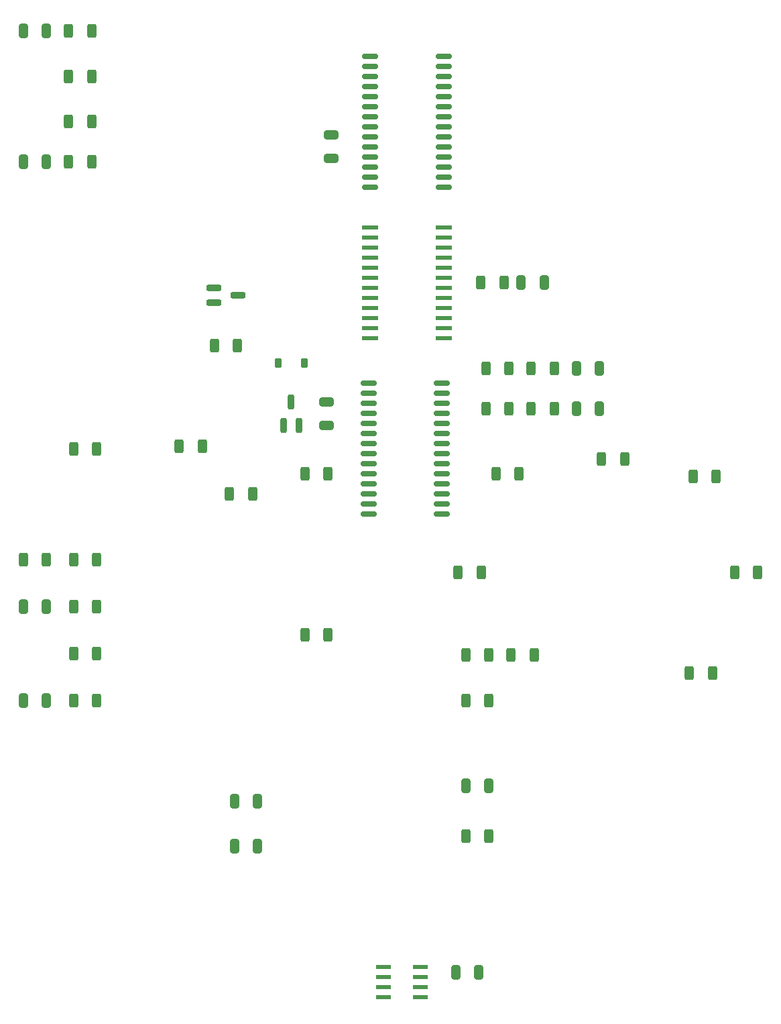
<source format=gbr>
%TF.GenerationSoftware,KiCad,Pcbnew,9.0.6*%
%TF.CreationDate,2026-02-15T15:46:47-05:00*%
%TF.ProjectId,Darkroom Timer,4461726b-726f-46f6-9d20-54696d65722e,rev?*%
%TF.SameCoordinates,Original*%
%TF.FileFunction,Paste,Top*%
%TF.FilePolarity,Positive*%
%FSLAX46Y46*%
G04 Gerber Fmt 4.6, Leading zero omitted, Abs format (unit mm)*
G04 Created by KiCad (PCBNEW 9.0.6) date 2026-02-15 15:46:47*
%MOMM*%
%LPD*%
G01*
G04 APERTURE LIST*
G04 Aperture macros list*
%AMRoundRect*
0 Rectangle with rounded corners*
0 $1 Rounding radius*
0 $2 $3 $4 $5 $6 $7 $8 $9 X,Y pos of 4 corners*
0 Add a 4 corners polygon primitive as box body*
4,1,4,$2,$3,$4,$5,$6,$7,$8,$9,$2,$3,0*
0 Add four circle primitives for the rounded corners*
1,1,$1+$1,$2,$3*
1,1,$1+$1,$4,$5*
1,1,$1+$1,$6,$7*
1,1,$1+$1,$8,$9*
0 Add four rect primitives between the rounded corners*
20,1,$1+$1,$2,$3,$4,$5,0*
20,1,$1+$1,$4,$5,$6,$7,0*
20,1,$1+$1,$6,$7,$8,$9,0*
20,1,$1+$1,$8,$9,$2,$3,0*%
G04 Aperture macros list end*
%ADD10RoundRect,0.250000X-0.325000X-0.650000X0.325000X-0.650000X0.325000X0.650000X-0.325000X0.650000X0*%
%ADD11RoundRect,0.250000X0.312500X0.625000X-0.312500X0.625000X-0.312500X-0.625000X0.312500X-0.625000X0*%
%ADD12RoundRect,0.200000X0.200000X-0.750000X0.200000X0.750000X-0.200000X0.750000X-0.200000X-0.750000X0*%
%ADD13RoundRect,0.250000X-0.312500X-0.625000X0.312500X-0.625000X0.312500X0.625000X-0.312500X0.625000X0*%
%ADD14RoundRect,0.250000X0.650000X-0.325000X0.650000X0.325000X-0.650000X0.325000X-0.650000X-0.325000X0*%
%ADD15RoundRect,0.073750X-0.951250X-0.221250X0.951250X-0.221250X0.951250X0.221250X-0.951250X0.221250X0*%
%ADD16RoundRect,0.150000X-0.875000X-0.150000X0.875000X-0.150000X0.875000X0.150000X-0.875000X0.150000X0*%
%ADD17RoundRect,0.225000X0.225000X0.375000X-0.225000X0.375000X-0.225000X-0.375000X0.225000X-0.375000X0*%
%ADD18RoundRect,0.250000X0.325000X0.650000X-0.325000X0.650000X-0.325000X-0.650000X0.325000X-0.650000X0*%
%ADD19R,1.981200X0.558800*%
%ADD20RoundRect,0.150000X0.875000X0.150000X-0.875000X0.150000X-0.875000X-0.150000X0.875000X-0.150000X0*%
%ADD21RoundRect,0.200000X-0.750000X-0.200000X0.750000X-0.200000X0.750000X0.200000X-0.750000X0.200000X0*%
%ADD22RoundRect,0.250000X-0.650000X0.325000X-0.650000X-0.325000X0.650000X-0.325000X0.650000X0.325000X0*%
G04 APERTURE END LIST*
D10*
%TO.C,C10*%
X98855000Y-106045000D03*
X101805000Y-106045000D03*
%TD*%
%TO.C,C5*%
X83615000Y-182245000D03*
X86565000Y-182245000D03*
%TD*%
D11*
%TO.C,R10*%
X121792500Y-131760000D03*
X118867500Y-131760000D03*
%TD*%
D12*
%TO.C,Q3*%
X61915000Y-113260000D03*
X63815000Y-113260000D03*
X62865000Y-110260000D03*
%TD*%
D13*
%TO.C,R20*%
X34732500Y-74930000D03*
X37657500Y-74930000D03*
%TD*%
%TO.C,R14*%
X84897500Y-165100000D03*
X87822500Y-165100000D03*
%TD*%
D11*
%TO.C,R9*%
X116520000Y-119695000D03*
X113595000Y-119695000D03*
%TD*%
D13*
%TO.C,R24*%
X35367500Y-130175000D03*
X38292500Y-130175000D03*
%TD*%
D10*
%TO.C,C1*%
X91870000Y-95250000D03*
X94820000Y-95250000D03*
%TD*%
D11*
%TO.C,R16*%
X87822500Y-147955000D03*
X84897500Y-147955000D03*
%TD*%
D14*
%TO.C,C2*%
X67310000Y-113235000D03*
X67310000Y-110285000D03*
%TD*%
D13*
%TO.C,R12*%
X86802500Y-95250000D03*
X89727500Y-95250000D03*
%TD*%
D15*
%TO.C,U4*%
X72815000Y-88265000D03*
X72815000Y-89535000D03*
X72815000Y-90805000D03*
X72815000Y-92075000D03*
X72815000Y-93345000D03*
X72815000Y-94615000D03*
X72815000Y-95885000D03*
X72815000Y-97155000D03*
X72815000Y-98425000D03*
X72815000Y-99695000D03*
X72815000Y-100965000D03*
X72815000Y-102235000D03*
X82125000Y-102235000D03*
X82125000Y-100965000D03*
X82125000Y-99695000D03*
X82125000Y-98425000D03*
X82125000Y-97155000D03*
X82125000Y-95885000D03*
X82125000Y-94615000D03*
X82125000Y-93345000D03*
X82125000Y-92075000D03*
X82125000Y-90805000D03*
X82125000Y-89535000D03*
X82125000Y-88265000D03*
%TD*%
D11*
%TO.C,R2*%
X38292500Y-116205000D03*
X35367500Y-116205000D03*
%TD*%
D13*
%TO.C,R30*%
X64577500Y-119380000D03*
X67502500Y-119380000D03*
%TD*%
D11*
%TO.C,R27*%
X96077500Y-111125000D03*
X93152500Y-111125000D03*
%TD*%
%TO.C,R5*%
X93537500Y-142240000D03*
X90612500Y-142240000D03*
%TD*%
%TO.C,R4*%
X57977500Y-121920000D03*
X55052500Y-121920000D03*
%TD*%
%TO.C,R11*%
X116077500Y-144460000D03*
X113152500Y-144460000D03*
%TD*%
D13*
%TO.C,R17*%
X53147500Y-103180000D03*
X56072500Y-103180000D03*
%TD*%
D16*
%TO.C,U1*%
X72820000Y-66675000D03*
X72820000Y-67945000D03*
X72820000Y-69215000D03*
X72820000Y-70485000D03*
X72820000Y-71755000D03*
X72820000Y-73025000D03*
X72820000Y-74295000D03*
X72820000Y-75565000D03*
X72820000Y-76835000D03*
X72820000Y-78105000D03*
X72820000Y-79375000D03*
X72820000Y-80645000D03*
X72820000Y-81915000D03*
X72820000Y-83185000D03*
X82120000Y-83185000D03*
X82120000Y-81915000D03*
X82120000Y-80645000D03*
X82120000Y-79375000D03*
X82120000Y-78105000D03*
X82120000Y-76835000D03*
X82120000Y-75565000D03*
X82120000Y-74295000D03*
X82120000Y-73025000D03*
X82120000Y-71755000D03*
X82120000Y-70485000D03*
X82120000Y-69215000D03*
X82120000Y-67945000D03*
X82120000Y-66675000D03*
%TD*%
D13*
%TO.C,R25*%
X35367500Y-142028333D03*
X38292500Y-142028333D03*
%TD*%
D11*
%TO.C,R1*%
X31942500Y-130175000D03*
X29017500Y-130175000D03*
%TD*%
%TO.C,R8*%
X104967500Y-117475000D03*
X102042500Y-117475000D03*
%TD*%
D17*
%TO.C,D12*%
X64515000Y-105410000D03*
X61215000Y-105410000D03*
%TD*%
D13*
%TO.C,R18*%
X34732500Y-63500000D03*
X37657500Y-63500000D03*
%TD*%
D11*
%TO.C,R7*%
X91632500Y-119380000D03*
X88707500Y-119380000D03*
%TD*%
D18*
%TO.C,C6*%
X31955000Y-80010000D03*
X29005000Y-80010000D03*
%TD*%
%TO.C,C9*%
X31955000Y-147955000D03*
X29005000Y-147955000D03*
%TD*%
D13*
%TO.C,R22*%
X35367500Y-136101667D03*
X38292500Y-136101667D03*
%TD*%
%TO.C,R28*%
X87437500Y-106045000D03*
X90362500Y-106045000D03*
%TD*%
D18*
%TO.C,C13*%
X58625000Y-160655000D03*
X55675000Y-160655000D03*
%TD*%
D19*
%TO.C,U5*%
X74472800Y-181610000D03*
X74472800Y-182880000D03*
X74472800Y-184150000D03*
X74472800Y-185420000D03*
X79197200Y-185420000D03*
X79197200Y-184150000D03*
X79197200Y-182880000D03*
X79197200Y-181610000D03*
%TD*%
D13*
%TO.C,R13*%
X64577500Y-139700000D03*
X67502500Y-139700000D03*
%TD*%
D20*
%TO.C,U2*%
X81915000Y-124460000D03*
X81915000Y-123190000D03*
X81915000Y-121920000D03*
X81915000Y-120650000D03*
X81915000Y-119380000D03*
X81915000Y-118110000D03*
X81915000Y-116840000D03*
X81915000Y-115570000D03*
X81915000Y-114300000D03*
X81915000Y-113030000D03*
X81915000Y-111760000D03*
X81915000Y-110490000D03*
X81915000Y-109220000D03*
X81915000Y-107950000D03*
X72615000Y-107950000D03*
X72615000Y-109220000D03*
X72615000Y-110490000D03*
X72615000Y-111760000D03*
X72615000Y-113030000D03*
X72615000Y-114300000D03*
X72615000Y-115570000D03*
X72615000Y-116840000D03*
X72615000Y-118110000D03*
X72615000Y-119380000D03*
X72615000Y-120650000D03*
X72615000Y-121920000D03*
X72615000Y-123190000D03*
X72615000Y-124460000D03*
%TD*%
D11*
%TO.C,R3*%
X51627500Y-115885000D03*
X48702500Y-115885000D03*
%TD*%
%TO.C,R26*%
X96077500Y-106045000D03*
X93152500Y-106045000D03*
%TD*%
D18*
%TO.C,C7*%
X31955000Y-63500000D03*
X29005000Y-63500000D03*
%TD*%
D21*
%TO.C,Q1*%
X53110000Y-95880000D03*
X53110000Y-97780000D03*
X56110000Y-96830000D03*
%TD*%
D10*
%TO.C,C12*%
X98855000Y-111125000D03*
X101805000Y-111125000D03*
%TD*%
D22*
%TO.C,C3*%
X67945000Y-76630000D03*
X67945000Y-79580000D03*
%TD*%
D18*
%TO.C,C8*%
X31955000Y-136101667D03*
X29005000Y-136101667D03*
%TD*%
D13*
%TO.C,R23*%
X35367500Y-147955000D03*
X38292500Y-147955000D03*
%TD*%
%TO.C,R19*%
X34732500Y-80010000D03*
X37657500Y-80010000D03*
%TD*%
D10*
%TO.C,C4*%
X84885000Y-158750000D03*
X87835000Y-158750000D03*
%TD*%
D18*
%TO.C,C11*%
X58625000Y-166370000D03*
X55675000Y-166370000D03*
%TD*%
D13*
%TO.C,R21*%
X34732500Y-69215000D03*
X37657500Y-69215000D03*
%TD*%
D11*
%TO.C,R15*%
X87822500Y-142240000D03*
X84897500Y-142240000D03*
%TD*%
D13*
%TO.C,R29*%
X87437500Y-111125000D03*
X90362500Y-111125000D03*
%TD*%
D11*
%TO.C,R6*%
X86867500Y-131760000D03*
X83942500Y-131760000D03*
%TD*%
M02*

</source>
